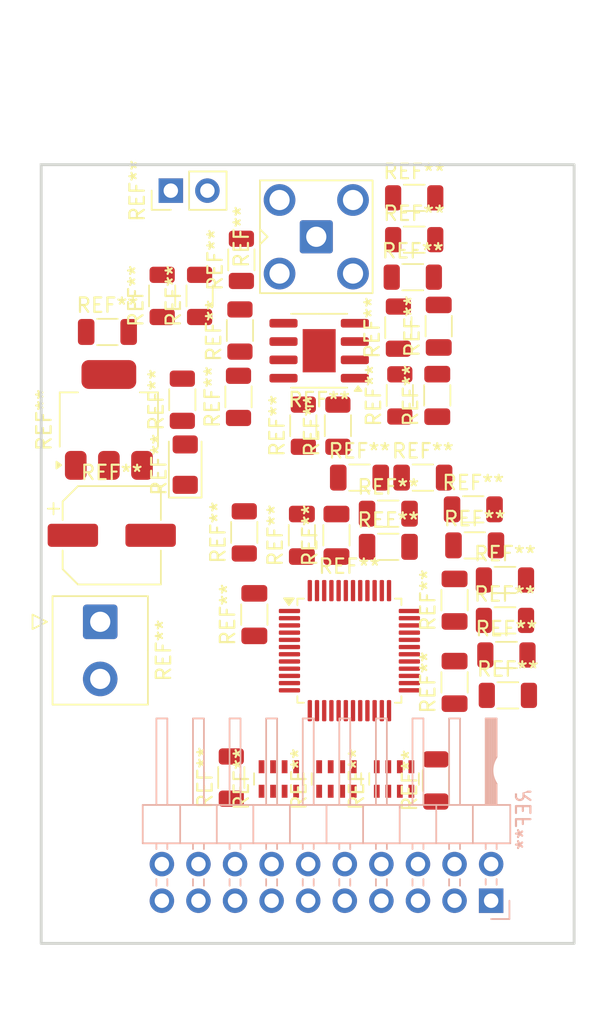
<source format=kicad_pcb>
(kicad_pcb (version 20240108) (generator "pcbnew") (generator_version "8.0")
  (layers (0 "F.Cu" signal) (31 "B.Cu" signal) (34 "B.Paste" user) (35 "F.Paste" user) (36 "B.SilkS" user "B.Silkscreen") (37 "F.SilkS" user "F.Silkscreen") (38 "B.Mask" user) (39 "F.Mask" user) (44 "Edge.Cuts" user))
  (net 0 "")
  (footprint "Resistor_SMD:R_1206_3216Metric" (layer "F.Cu") (at 88.4 92.7)
    (property "Reference" "REF**" (at 0 -1.82 0) (layer "F.SilkS"))
    (property "Value" "R_1206_3216Metric")
    (fp_line (start -0.727064 -0.91) (end 0.727064 -0.91) (stroke (width 0.12)) (layer "F.SilkS"))
    (fp_line (start -0.727064 0.91) (end 0.727064 0.91) (stroke (width 0.12)) (layer "F.SilkS"))
    (pad "1" smd roundrect (at -1.4625 0) (size 1.125 1.75) (layers "F.Cu" "F.Paste" "F.Mask") (roundrect_rratio 0.222222))
    (pad "2" smd roundrect (at 1.4625 0) (size 1.125 1.75) (layers "F.Cu" "F.Paste" "F.Mask") (roundrect_rratio 0.222222))
  )
  (footprint "Resistor_SMD:R_1206_3216Metric" (layer "F.Cu") (at 70.9 96.6 90)
    (property "Reference" "REF**" (at 0 -1.82 90) (layer "F.SilkS"))
    (property "Value" "R_1206_3216Metric")
    (fp_line (start -0.727064 -0.91) (end 0.727064 -0.91) (stroke (width 0.12)) (layer "F.SilkS"))
    (fp_line (start -0.727064 0.91) (end 0.727064 0.91) (stroke (width 0.12)) (layer "F.SilkS"))
    (pad "1" smd roundrect (at -1.4625 0 90) (size 1.125 1.75) (layers "F.Cu" "F.Paste" "F.Mask") (roundrect_rratio 0.222222))
    (pad "2" smd roundrect (at 1.4625 0 90) (size 1.125 1.75) (layers "F.Cu" "F.Paste" "F.Mask") (roundrect_rratio 0.222222))
  )
  (footprint "MountingHole:MountingHole_3.2mm_M3" (layer "F.Cu") (at 66.5 129.5)
    (property "Reference" "REF**" (hide yes))
    (property "Value" "MountingHole_3.2mm_M3" (hide yes))
    (pad "" np_thru_hole circle (at 0 0) (size 3.2 3.2) (drill 3.2) (layers "*.Cu" "*.Mask"))
  )
  (footprint "Resistor_SMD:R_1206_3216Metric" (layer "F.Cu") (at 94.9 124.3)
    (property "Reference" "REF**" (at 0 -1.82 0) (layer "F.SilkS"))
    (property "Value" "R_1206_3216Metric")
    (fp_line (start -0.727064 -0.91) (end 0.727064 -0.91) (stroke (width 0.12)) (layer "F.SilkS"))
    (fp_line (start -0.727064 0.91) (end 0.727064 0.91) (stroke (width 0.12)) (layer "F.SilkS"))
    (pad "1" smd roundrect (at -1.4625 0) (size 1.125 1.75) (layers "F.Cu" "F.Paste" "F.Mask") (roundrect_rratio 0.222222))
    (pad "2" smd roundrect (at 1.4625 0) (size 1.125 1.75) (layers "F.Cu" "F.Paste" "F.Mask") (roundrect_rratio 0.222222))
  )
  (footprint "Capacitor_SMD:C_1206_3216Metric" (layer "F.Cu") (at 84.6 109.2)
    (property "Reference" "REF**" (at 0 -1.85 0) (layer "F.SilkS"))
    (property "Value" "C_1206_3216Metric")
    (fp_line (start -0.711252 -0.91) (end 0.711252 -0.91) (stroke (width 0.12)) (layer "F.SilkS"))
    (fp_line (start -0.711252 0.91) (end 0.711252 0.91) (stroke (width 0.12)) (layer "F.SilkS"))
    (pad "1" smd roundrect (at -1.475 0) (size 1.15 1.8) (layers "F.Cu" "F.Paste" "F.Mask") (roundrect_rratio 0.217391))
    (pad "2" smd roundrect (at 1.475 0) (size 1.15 1.8) (layers "F.Cu" "F.Paste" "F.Mask") (roundrect_rratio 0.217391))
  )
  (footprint "Resistor_SMD:R_1206_3216Metric" (layer "F.Cu") (at 83.1 105.6 90)
    (property "Reference" "REF**" (at 0 -1.82 90) (layer "F.SilkS"))
    (property "Value" "R_1206_3216Metric")
    (fp_line (start -0.727064 -0.91) (end 0.727064 -0.91) (stroke (width 0.12)) (layer "F.SilkS"))
    (fp_line (start -0.727064 0.91) (end 0.727064 0.91) (stroke (width 0.12)) (layer "F.SilkS"))
    (pad "1" smd roundrect (at -1.4625 0 90) (size 1.125 1.75) (layers "F.Cu" "F.Paste" "F.Mask") (roundrect_rratio 0.222222))
    (pad "2" smd roundrect (at 1.4625 0 90) (size 1.125 1.75) (layers "F.Cu" "F.Paste" "F.Mask") (roundrect_rratio 0.222222))
  )
  (footprint "Capacitor_SMD:CP_Elec_6.3x7.7" (layer "F.Cu") (at 67.4 113.2)
    (property "Reference" "REF**" (at 0 -4.35 0) (layer "F.SilkS"))
    (property "Value" "CP_Elec_6.3x7.7")
    (fp_line (start -4.4375 -1.8475) (end -3.65 -1.8475) (stroke (width 0.12)) (layer "F.SilkS"))
    (fp_line (start -4.04375 -2.24125) (end -4.04375 -1.45375) (stroke (width 0.12)) (layer "F.SilkS"))
    (fp_line (start -3.41 -2.345563) (end -3.41 -1.06) (stroke (width 0.12)) (layer "F.SilkS"))
    (fp_line (start -3.41 -2.345563) (end -2.345563 -3.41) (stroke (width 0.12)) (layer "F.SilkS"))
    (fp_line (start -3.41 2.345563) (end -3.41 1.06) (stroke (width 0.12)) (layer "F.SilkS"))
    (fp_line (start -3.41 2.345563) (end -2.345563 3.41) (stroke (width 0.12)) (layer "F.SilkS"))
    (fp_line (start -2.345563 -3.41) (end 3.41 -3.41) (stroke (width 0.12)) (layer "F.SilkS"))
    (fp_line (start -2.345563 3.41) (end 3.41 3.41) (stroke (width 0.12)) (layer "F.SilkS"))
    (fp_line (start 3.41 -3.41) (end 3.41 -1.06) (stroke (width 0.12)) (layer "F.SilkS"))
    (fp_line (start 3.41 3.41) (end 3.41 1.06) (stroke (width 0.12)) (layer "F.SilkS"))
    (pad "1" smd roundrect (at -2.7 0) (size 3.5 1.6) (layers "F.Cu" "F.Paste" "F.Mask") (roundrect_rratio 0.15625))
    (pad "2" smd roundrect (at 2.7 0) (size 3.5 1.6) (layers "F.Cu" "F.Paste" "F.Mask") (roundrect_rratio 0.15625))
  )
  (footprint "Resistor_SMD:R_1206_3216Metric" (layer "F.Cu") (at 73.5 96.6 90)
    (property "Reference" "REF**" (at 0 -1.82 90) (layer "F.SilkS"))
    (property "Value" "R_1206_3216Metric")
    (fp_line (start -0.727064 -0.91) (end 0.727064 -0.91) (stroke (width 0.12)) (layer "F.SilkS"))
    (fp_line (start -0.727064 0.91) (end 0.727064 0.91) (stroke (width 0.12)) (layer "F.SilkS"))
    (pad "1" smd roundrect (at -1.4625 0 90) (size 1.125 1.75) (layers "F.Cu" "F.Paste" "F.Mask") (roundrect_rratio 0.222222))
    (pad "2" smd roundrect (at 1.4625 0 90) (size 1.125 1.75) (layers "F.Cu" "F.Paste" "F.Mask") (roundrect_rratio 0.222222))
  )
  (footprint "MountingHole:MountingHole_3.2mm_M3" (layer "F.Cu") (at 95.5 129.5)
    (property "Reference" "REF**" (hide yes))
    (property "Value" "MountingHole_3.2mm_M3" (hide yes))
    (pad "" np_thru_hole circle (at 0 0) (size 3.2 3.2) (drill 3.2) (layers "*.Cu" "*.Mask"))
  )
  (footprint "Package_SO:SOIC-8-1EP_3.9x4.9mm_P1.27mm_EP2.29x3mm" (layer "F.Cu") (at 81.8 100.4 180)
    (property "Reference" "REF**" (at 0 -3.4 360) (layer "F.SilkS"))
    (property "Value" "SOIC-8-1EP_3.9x4.9mm_P1.27mm_EP2.29x3mm")
    (fp_line (start 0 2.56) (end 1.95 2.56) (stroke (width 0.12)) (layer "F.SilkS"))
    (fp_line (start 0 2.56) (end -1.95 2.56) (stroke (width 0.12)) (layer "F.SilkS"))
    (fp_line (start 0 -2.56) (end 1.95 -2.56) (stroke (width 0.12)) (layer "F.SilkS"))
    (fp_line (start 0 -2.56) (end -1.95 -2.56) (stroke (width 0.12)) (layer "F.SilkS"))
    (fp_poly (pts (xy -2.7 -2.465) (xy -2.94 -2.795) (xy -2.46 -2.795) (xy -2.7 -2.465)) (stroke (width 0.12)) (fill solid) (layer "F.SilkS"))
    (pad "1" smd roundrect (at -2.475 -1.905 180) (size 1.95 0.6) (layers "F.Cu" "F.Paste" "F.Mask"))
    (pad "2" smd roundrect (at -2.475 -0.635 180) (size 1.95 0.6) (layers "F.Cu" "F.Paste" "F.Mask"))
    (pad "3" smd roundrect (at -2.475 0.635 180) (size 1.95 0.6) (layers "F.Cu" "F.Paste" "F.Mask"))
    (pad "4" smd roundrect (at -2.475 1.905 180) (size 1.95 0.6) (layers "F.Cu" "F.Paste" "F.Mask"))
    (pad "5" smd roundrect (at 2.475 1.905 180) (size 1.95 0.6) (layers "F.Cu" "F.Paste" "F.Mask"))
    (pad "6" smd roundrect (at 2.475 0.635 180) (size 1.95 0.6) (layers "F.Cu" "F.Paste" "F.Mask"))
    (pad "7" smd roundrect (at 2.475 -0.635 180) (size 1.95 0.6) (layers "F.Cu" "F.Paste" "F.Mask"))
    (pad "8" smd roundrect (at 2.475 -1.905 180) (size 1.95 0.6) (layers "F.Cu" "F.Paste" "F.Mask"))
    (pad "9" smd rect (at 0 0 180) (size 2.29 3) (property pad_prop_heatsink) (layers "F.Cu" "F.Mask"))
  )
  (footprint "Capacitor_SMD:C_1206_3216Metric" (layer "F.Cu") (at 92.5 111.4)
    (property "Reference" "REF**" (at 0 -1.85 0) (layer "F.SilkS"))
    (property "Value" "C_1206_3216Metric")
    (fp_line (start -0.711252 -0.91) (end 0.711252 -0.91) (stroke (width 0.12)) (layer "F.SilkS"))
    (fp_line (start -0.711252 0.91) (end 0.711252 0.91) (stroke (width 0.12)) (layer "F.SilkS"))
    (pad "1" smd roundrect (at -1.475 0) (size 1.15 1.8) (layers "F.Cu" "F.Paste" "F.Mask") (roundrect_rratio 0.217391))
    (pad "2" smd roundrect (at 1.475 0) (size 1.15 1.8) (layers "F.Cu" "F.Paste" "F.Mask") (roundrect_rratio 0.217391))
  )
  (footprint "Capacitor_SMD:C_1206_3216Metric" (layer "F.Cu") (at 86.6 114)
    (property "Reference" "REF**" (at 0 -1.85 0) (layer "F.SilkS"))
    (property "Value" "C_1206_3216Metric")
    (fp_line (start -0.711252 -0.91) (end 0.711252 -0.91) (stroke (width 0.12)) (layer "F.SilkS"))
    (fp_line (start -0.711252 0.91) (end 0.711252 0.91) (stroke (width 0.12)) (layer "F.SilkS"))
    (pad "1" smd roundrect (at -1.475 0) (size 1.15 1.8) (layers "F.Cu" "F.Paste" "F.Mask") (roundrect_rratio 0.217391))
    (pad "2" smd roundrect (at 1.475 0) (size 1.15 1.8) (layers "F.Cu" "F.Paste" "F.Mask") (roundrect_rratio 0.217391))
  )
  (footprint "Capacitor_SMD:C_1206_3216Metric" (layer "F.Cu") (at 83 113.2 90)
    (property "Reference" "REF**" (at 0 -1.85 90) (layer "F.SilkS"))
    (property "Value" "C_1206_3216Metric")
    (fp_line (start -0.711252 -0.91) (end 0.711252 -0.91) (stroke (width 0.12)) (layer "F.SilkS"))
    (fp_line (start -0.711252 0.91) (end 0.711252 0.91) (stroke (width 0.12)) (layer "F.SilkS"))
    (pad "1" smd roundrect (at -1.475 0 90) (size 1.15 1.8) (layers "F.Cu" "F.Paste" "F.Mask") (roundrect_rratio 0.217391))
    (pad "2" smd roundrect (at 1.475 0 90) (size 1.15 1.8) (layers "F.Cu" "F.Paste" "F.Mask") (roundrect_rratio 0.217391))
  )
  (footprint "Resistor_SMD:R_1206_3216Metric" (layer "F.Cu") (at 94.7 116.3)
    (property "Reference" "REF**" (at 0 -1.82 0) (layer "F.SilkS"))
    (property "Value" "R_1206_3216Metric")
    (fp_line (start -0.727064 -0.91) (end 0.727064 -0.91) (stroke (width 0.12)) (layer "F.SilkS"))
    (fp_line (start -0.727064 0.91) (end 0.727064 0.91) (stroke (width 0.12)) (layer "F.SilkS"))
    (pad "1" smd roundrect (at -1.4625 0) (size 1.125 1.75) (layers "F.Cu" "F.Paste" "F.Mask") (roundrect_rratio 0.222222))
    (pad "2" smd roundrect (at 1.4625 0) (size 1.125 1.75) (layers "F.Cu" "F.Paste" "F.Mask") (roundrect_rratio 0.222222))
  )
  (footprint "Resistor_SMD:R_1206_3216Metric" (layer "F.Cu") (at 75.7 130 90)
    (property "Reference" "REF**" (at 0 -1.82 90) (layer "F.SilkS"))
    (property "Value" "R_1206_3216Metric")
    (fp_line (start -0.727064 -0.91) (end 0.727064 -0.91) (stroke (width 0.12)) (layer "F.SilkS"))
    (fp_line (start -0.727064 0.91) (end 0.727064 0.91) (stroke (width 0.12)) (layer "F.SilkS"))
    (pad "1" smd roundrect (at -1.4625 0 90) (size 1.125 1.75) (layers "F.Cu" "F.Paste" "F.Mask") (roundrect_rratio 0.222222))
    (pad "2" smd roundrect (at 1.4625 0 90) (size 1.125 1.75) (layers "F.Cu" "F.Paste" "F.Mask") (roundrect_rratio 0.222222))
  )
  (footprint "LED_SMD:LED_1206_3216Metric" (layer "F.Cu") (at 72.5 108.3 90)
    (property "Reference" "REF**" (at 0 -1.82 90) (layer "F.SilkS"))
    (property "Value" "LED_1206_3216Metric")
    (fp_line (start 1.6 -1.135) (end -2.285 -1.135) (stroke (width 0.12)) (layer "F.SilkS"))
    (fp_line (start -2.285 -1.135) (end -2.285 1.135) (stroke (width 0.12)) (layer "F.SilkS"))
    (fp_line (start -2.285 1.135) (end 1.6 1.135) (stroke (width 0.12)) (layer "F.SilkS"))
    (pad "1" smd roundrect (at -1.4 0 90) (size 1.25 1.75) (layers "F.Cu" "F.Paste" "F.Mask") (roundrect_rratio 0.2))
    (pad "2" smd roundrect (at 1.4 0 90) (size 1.25 1.75) (layers "F.Cu" "F.Paste" "F.Mask") (roundrect_rratio 0.2))
  )
  (footprint "Connector_PinHeader_2.54mm:PinHeader_1x02_P2.54mm_Vertical" (layer "F.Cu") (at 71.5 89.3 90)
    (property "Reference" "REF**" (at 0 -2.33 90) (layer "F.SilkS"))
    (property "Value" "PinHeader_1x02_P2.54mm_Vertical")
    (fp_line (start -1.33 -1.33) (end 0 -1.33) (stroke (width 0.12)) (layer "F.SilkS"))
    (fp_line (start -1.33 0) (end -1.33 -1.33) (stroke (width 0.12)) (layer "F.SilkS"))
    (fp_line (start 1.33 1.27) (end 1.33 3.87) (stroke (width 0.12)) (layer "F.SilkS"))
    (fp_line (start -1.33 1.27) (end 1.33 1.27) (stroke (width 0.12)) (layer "F.SilkS"))
    (fp_line (start -1.33 1.27) (end -1.33 3.87) (stroke (width 0.12)) (layer "F.SilkS"))
    (fp_line (start -1.33 3.87) (end 1.33 3.87) (stroke (width 0.12)) (layer "F.SilkS"))
    (pad "1" thru_hole rect (at 0 0 90) (size 1.7 1.7) (drill 1) (layers "*.Cu" "*.Mask"))
    (pad "2" thru_hole oval (at 0 2.54 90) (size 1.7 1.7) (drill 1) (layers "*.Cu" "*.Mask"))
  )
  (footprint "Capacitor_SMD:C_1206_3216Metric" (layer "F.Cu") (at 77.3 118.7 90)
    (property "Reference" "REF**" (at 0 -1.85 90) (layer "F.SilkS"))
    (property "Value" "C_1206_3216Metric")
    (fp_line (start -0.711252 -0.91) (end 0.711252 -0.91) (stroke (width 0.12)) (layer "F.SilkS"))
    (fp_line (start -0.711252 0.91) (end 0.711252 0.91) (stroke (width 0.12)) (layer "F.SilkS"))
    (pad "1" smd roundrect (at -1.475 0 90) (size 1.15 1.8) (layers "F.Cu" "F.Paste" "F.Mask") (roundrect_rratio 0.217391))
    (pad "2" smd roundrect (at 1.475 0 90) (size 1.15 1.8) (layers "F.Cu" "F.Paste" "F.Mask") (roundrect_rratio 0.217391))
  )
  (footprint "Resistor_SMD:R_1206_3216Metric" (layer "F.Cu") (at 88.4 89.8)
    (property "Reference" "REF**" (at 0 -1.82 0) (layer "F.SilkS"))
    (property "Value" "R_1206_3216Metric")
    (fp_line (start -0.727064 -0.91) (end 0.727064 -0.91) (stroke (width 0.12)) (layer "F.SilkS"))
    (fp_line (start -0.727064 0.91) (end 0.727064 0.91) (stroke (width 0.12)) (layer "F.SilkS"))
    (pad "1" smd roundrect (at -1.4625 0) (size 1.125 1.75) (layers "F.Cu" "F.Paste" "F.Mask") (roundrect_rratio 0.222222))
    (pad "2" smd roundrect (at 1.4625 0) (size 1.125 1.75) (layers "F.Cu" "F.Paste" "F.Mask") (roundrect_rratio 0.222222))
  )
  (footprint "Resistor_SMD:R_1206_3216Metric" (layer "F.Cu") (at 94.7 119.1)
    (property "Reference" "REF**" (at 0 -1.82 0) (layer "F.SilkS"))
    (property "Value" "R_1206_3216Metric")
    (fp_line (start -0.727064 -0.91) (end 0.727064 -0.91) (stroke (width 0.12)) (layer "F.SilkS"))
    (fp_line (start -0.727064 0.91) (end 0.727064 0.91) (stroke (width 0.12)) (layer "F.SilkS"))
    (pad "1" smd roundrect (at -1.4625 0) (size 1.125 1.75) (layers "F.Cu" "F.Paste" "F.Mask") (roundrect_rratio 0.222222))
    (pad "2" smd roundrect (at 1.4625 0) (size 1.125 1.75) (layers "F.Cu" "F.Paste" "F.Mask") (roundrect_rratio 0.222222))
  )
  (footprint "Capacitor_SMD:C_1206_3216Metric" (layer "F.Cu") (at 80.6 113.2 90)
    (property "Reference" "REF**" (at 0 -1.85 90) (layer "F.SilkS"))
    (property "Value" "C_1206_3216Metric")
    (fp_line (start -0.711252 -0.91) (end 0.711252 -0.91) (stroke (width 0.12)) (layer "F.SilkS"))
    (fp_line (start -0.711252 0.91) (end 0.711252 0.91) (stroke (width 0.12)) (layer "F.SilkS"))
    (pad "1" smd roundrect (at -1.475 0 90) (size 1.15 1.8) (layers "F.Cu" "F.Paste" "F.Mask") (roundrect_rratio 0.217391))
    (pad "2" smd roundrect (at 1.475 0 90) (size 1.15 1.8) (layers "F.Cu" "F.Paste" "F.Mask") (roundrect_rratio 0.217391))
  )
  (footprint "Resistor_SMD:R_1206_3216Metric" (layer "F.Cu") (at 87.4 103.5 90)
    (property "Reference" "REF**" (at 0 -1.82 90) (layer "F.SilkS"))
    (property "Value" "R_1206_3216Metric")
    (fp_line (start -0.727064 -0.91) (end 0.727064 -0.91) (stroke (width 0.12)) (layer "F.SilkS"))
    (fp_line (start -0.727064 0.91) (end 0.727064 0.91) (stroke (width 0.12)) (layer "F.SilkS"))
    (pad "1" smd roundrect (at -1.4625 0 90) (size 1.125 1.75) (layers "F.Cu" "F.Paste" "F.Mask") (roundrect_rratio 0.222222))
    (pad "2" smd roundrect (at 1.4625 0 90) (size 1.125 1.75) (layers "F.Cu" "F.Paste" "F.Mask") (roundrect_rratio 0.222222))
  )
  (footprint "Capacitor_SMD:C_1206_3216Metric" (layer "F.Cu") (at 89 109.2)
    (property "Reference" "REF**" (at 0 -1.85 0) (layer "F.SilkS"))
    (property "Value" "C_1206_3216Metric")
    (fp_line (start -0.711252 -0.91) (end 0.711252 -0.91) (stroke (width 0.12)) (layer "F.SilkS"))
    (fp_line (start -0.711252 0.91) (end 0.711252 0.91) (stroke (width 0.12)) (layer "F.SilkS"))
    (pad "1" smd roundrect (at -1.475 0) (size 1.15 1.8) (layers "F.Cu" "F.Paste" "F.Mask") (roundrect_rratio 0.217391))
    (pad "2" smd roundrect (at 1.475 0) (size 1.15 1.8) (layers "F.Cu" "F.Paste" "F.Mask") (roundrect_rratio 0.217391))
  )
  (footprint "Resistor_SMD:R_1206_3216Metric" (layer "F.Cu") (at 87.3 98.8 90)
    (property "Reference" "REF**" (at 0 -1.82 90) (layer "F.SilkS"))
    (property "Value" "R_1206_3216Metric")
    (fp_line (start -0.727064 -0.91) (end 0.727064 -0.91) (stroke (width 0.12)) (layer "F.SilkS"))
    (fp_line (start -0.727064 0.91) (end 0.727064 0.91) (stroke (width 0.12)) (layer "F.SilkS"))
    (pad "1" smd roundrect (at -1.4625 0 90) (size 1.125 1.75) (layers "F.Cu" "F.Paste" "F.Mask") (roundrect_rratio 0.222222))
    (pad "2" smd roundrect (at 1.4625 0 90) (size 1.125 1.75) (layers "F.Cu" "F.Paste" "F.Mask") (roundrect_rratio 0.222222))
  )
  (footprint "Resistor_SMD:R_Array_Concave_4x0603" (layer "F.Cu") (at 87 130.1 90)
    (property "Reference" "REF**" (at 0 -2.6 90) (layer "F.SilkS"))
    (property "Value" "R_Array_Concave_4x0603")
    (fp_line (start 0.4 -1.72) (end -0.4 -1.72) (stroke (width 0.12)) (layer "F.SilkS"))
    (fp_line (start 0.4 1.72) (end -0.4 1.72) (stroke (width 0.12)) (layer "F.SilkS"))
    (pad "1" smd rect (at -0.85 -1.2 90) (size 0.9 0.4) (layers "F.Cu" "F.Paste" "F.Mask"))
    (pad "2" smd rect (at -0.85 -0.4 90) (size 0.9 0.4) (layers "F.Cu" "F.Paste" "F.Mask"))
    (pad "3" smd rect (at -0.85 0.4 90) (size 0.9 0.4) (layers "F.Cu" "F.Paste" "F.Mask"))
    (pad "4" smd rect (at -0.85 1.2 90) (size 0.9 0.4) (layers "F.Cu" "F.Paste" "F.Mask"))
    (pad "5" smd rect (at 0.85 1.2 90) (size 0.9 0.4) (layers "F.Cu" "F.Paste" "F.Mask"))
    (pad "6" smd rect (at 0.85 0.4 90) (size 0.9 0.4) (layers "F.Cu" "F.Paste" "F.Mask"))
    (pad "7" smd rect (at 0.85 -0.4 90) (size 0.9 0.4) (layers "F.Cu" "F.Paste" "F.Mask"))
    (pad "8" smd rect (at 0.85 -1.2 90) (size 0.9 0.4) (layers "F.Cu" "F.Paste" "F.Mask"))
  )
  (footprint "Capacitor_SMD:C_1206_3216Metric" (layer "F.Cu") (at 91.2 117.7 90)
    (property "Reference" "REF**" (at 0 -1.85 90) (layer "F.SilkS"))
    (property "Value" "C_1206_3216Metric")
    (fp_line (start -0.711252 -0.91) (end 0.711252 -0.91) (stroke (width 0.12)) (layer "F.SilkS"))
    (fp_line (start -0.711252 0.91) (end 0.711252 0.91) (stroke (width 0.12)) (layer "F.SilkS"))
    (pad "1" smd roundrect (at -1.475 0 90) (size 1.15 1.8) (layers "F.Cu" "F.Paste" "F.Mask") (roundrect_rratio 0.217391))
    (pad "2" smd roundrect (at 1.475 0 90) (size 1.15 1.8) (layers "F.Cu" "F.Paste" "F.Mask") (roundrect_rratio 0.217391))
  )
  (footprint "Capacitor_SMD:C_1206_3216Metric" (layer "F.Cu") (at 67.1 99.1)
    (property "Reference" "REF**" (at 0 -1.85 0) (layer "F.SilkS"))
    (property "Value" "C_1206_3216Metric")
    (fp_line (start -0.711252 -0.91) (end 0.711252 -0.91) (stroke (width 0.12)) (layer "F.SilkS"))
    (fp_line (start -0.711252 0.91) (end 0.711252 0.91) (stroke (width 0.12)) (layer "F.SilkS"))
    (pad "1" smd roundrect (at -1.475 0) (size 1.15 1.8) (layers "F.Cu" "F.Paste" "F.Mask") (roundrect_rratio 0.217391))
    (pad "2" smd roundrect (at 1.475 0) (size 1.15 1.8) (layers "F.Cu" "F.Paste" "F.Mask") (roundrect_rratio 0.217391))
  )
  (footprint "Resistor_SMD:R_1206_3216Metric" (layer "F.Cu") (at 94.8 121.5)
    (property "Reference" "REF**" (at 0 -1.82 0) (layer "F.SilkS"))
    (property "Value" "R_1206_3216Metric")
    (fp_line (start -0.727064 -0.91) (end 0.727064 -0.91) (stroke (width 0.12)) (layer "F.SilkS"))
    (fp_line (start -0.727064 0.91) (end 0.727064 0.91) (stroke (width 0.12)) (layer "F.SilkS"))
    (pad "1" smd roundrect (at -1.4625 0) (size 1.125 1.75) (layers "F.Cu" "F.Paste" "F.Mask") (roundrect_rratio 0.222222))
    (pad "2" smd roundrect (at 1.4625 0) (size 1.125 1.75) (layers "F.Cu" "F.Paste" "F.Mask") (roundrect_rratio 0.222222))
  )
  (footprint "Resistor_SMD:R_Array_Concave_4x0603" (layer "F.Cu") (at 83 130.1 90)
    (property "Reference" "REF**" (at 0 -2.6 90) (layer "F.SilkS"))
    (property "Value" "R_Array_Concave_4x0603")
    (fp_line (start 0.4 -1.72) (end -0.4 -1.72) (stroke (width 0.12)) (layer "F.SilkS"))
    (fp_line (start 0.4 1.72) (end -0.4 1.72) (stroke (width 0.12)) (layer "F.SilkS"))
    (pad "1" smd rect (at -0.85 -1.2 90) (size 0.9 0.4) (layers "F.Cu" "F.Paste" "F.Mask"))
    (pad "2" smd rect (at -0.85 -0.4 90) (size 0.9 0.4) (layers "F.Cu" "F.Paste" "F.Mask"))
    (pad "3" smd rect (at -0.85 0.4 90) (size 0.9 0.4) (layers "F.Cu" "F.Paste" "F.Mask"))
    (pad "4" smd rect (at -0.85 1.2 90) (size 0.9 0.4) (layers "F.Cu" "F.Paste" "F.Mask"))
    (pad "5" smd rect (at 0.85 1.2 90) (size 0.9 0.4) (layers "F.Cu" "F.Paste" "F.Mask"))
    (pad "6" smd rect (at 0.85 0.4 90) (size 0.9 0.4) (layers "F.Cu" "F.Paste" "F.Mask"))
    (pad "7" smd rect (at 0.85 -0.4 90) (size 0.9 0.4) (layers "F.Cu" "F.Paste" "F.Mask"))
    (pad "8" smd rect (at 0.85 -1.2 90) (size 0.9 0.4) (layers "F.Cu" "F.Paste" "F.Mask"))
  )
  (footprint "Capacitor_SMD:C_1206_3216Metric" (layer "F.Cu") (at 91.2 123.4 90)
    (property "Reference" "REF**" (at 0 -1.85 90) (layer "F.SilkS"))
    (property "Value" "C_1206_3216Metric")
    (fp_line (start -0.711252 -0.91) (end 0.711252 -0.91) (stroke (width 0.12)) (layer "F.SilkS"))
    (fp_line (start -0.711252 0.91) (end 0.711252 0.91) (stroke (width 0.12)) (layer "F.SilkS"))
    (pad "1" smd roundrect (at -1.475 0 90) (size 1.15 1.8) (layers "F.Cu" "F.Paste" "F.Mask") (roundrect_rratio 0.217391))
    (pad "2" smd roundrect (at 1.475 0 90) (size 1.15 1.8) (layers "F.Cu" "F.Paste" "F.Mask") (roundrect_rratio 0.217391))
  )
  (footprint "MountingHole:MountingHole_3.2mm_M3" (layer "F.Cu") (at 66.5 91.5)
    (property "Reference" "REF**" (hide yes))
    (property "Value" "MountingHole_3.2mm_M3" (hide yes))
    (pad "" np_thru_hole circle (at 0 0) (size 3.2 3.2) (drill 3.2) (layers "*.Cu" "*.Mask"))
  )
  (footprint "Resistor_SMD:R_1206_3216Metric" (layer "F.Cu") (at 76.2 103.6 90)
    (property "Reference" "REF**" (at 0 -1.82 90) (layer "F.SilkS"))
    (property "Value" "R_1206_3216Metric")
    (fp_line (start -0.727064 -0.91) (end 0.727064 -0.91) (stroke (width 0.12)) (layer "F.SilkS"))
    (fp_line (start -0.727064 0.91) (end 0.727064 0.91) (stroke (width 0.12)) (layer "F.SilkS"))
    (pad "1" smd roundrect (at -1.4625 0 90) (size 1.125 1.75) (layers "F.Cu" "F.Paste" "F.Mask") (roundrect_rratio 0.222222))
    (pad "2" smd roundrect (at 1.4625 0 90) (size 1.125 1.75) (layers "F.Cu" "F.Paste" "F.Mask") (roundrect_rratio 0.222222))
  )
  (footprint "Resistor_SMD:R_1206_3216Metric" (layer "F.Cu") (at 89.9 130.2 90)
    (property "Reference" "REF**" (at 0 -1.82 90) (layer "F.SilkS"))
    (property "Value" "R_1206_3216Metric")
    (fp_line (start -0.727064 -0.91) (end 0.727064 -0.91) (stroke (width 0.12)) (layer "F.SilkS"))
    (fp_line (start -0.727064 0.91) (end 0.727064 0.91) (stroke (width 0.12)) (layer "F.SilkS"))
    (pad "1" smd roundrect (at -1.4625 0 90) (size 1.125 1.75) (layers "F.Cu" "F.Paste" "F.Mask") (roundrect_rratio 0.222222))
    (pad "2" smd roundrect (at 1.4625 0 90) (size 1.125 1.75) (layers "F.Cu" "F.Paste" "F.Mask") (roundrect_rratio 0.222222))
  )
  (footprint "Connector_TE-Connectivity:TE_826576-2_1x02_P3.96mm_Vertical" (layer "F.Cu") (at 66.6 119.2 -90)
    (property "Reference" "REF**" (at 1.98 -4.4 90) (layer "F.SilkS"))
    (property "Value" "TE_826576-2_1x02_P3.96mm_Vertical")
    (fp_line (start -0.5 4.7) (end 0 3.7) (stroke (width 0.12)) (layer "F.SilkS"))
    (fp_line (start 0.5 4.7) (end -0.5 4.7) (stroke (width 0.12)) (layer "F.SilkS"))
    (fp_line (start 0 3.7) (end 0.5 4.7) (stroke (width 0.12)) (layer "F.SilkS"))
    (fp_line (start -1.78 3.31) (end 1.98 3.31) (stroke (width 0.12)) (layer "F.SilkS"))
    (fp_line (start 5.74 3.31) (end 1.98 3.31) (stroke (width 0.12)) (layer "F.SilkS"))
    (fp_line (start -1.78 -3.31) (end -1.78 3.31) (stroke (width 0.12)) (layer "F.SilkS"))
    (fp_line (start 1.98 -3.31) (end -1.78 -3.31) (stroke (width 0.12)) (layer "F.SilkS"))
    (fp_line (start 1.98 -3.31) (end 5.74 -3.31) (stroke (width 0.12)) (layer "F.SilkS"))
    (fp_line (start 5.74 -3.31) (end 5.74 3.31) (stroke (width 0.12)) (layer "F.SilkS"))
    (pad "1" thru_hole roundrect (at 0 0 270) (size 2.4 2.4) (drill 1.4) (layers "*.Cu" "*.Mask") (roundrect_rratio 0.104167))
    (pad "2" thru_hole circle (at 3.96 0 270) (size 2.4 2.4) (drill 1.4) (layers "*.Cu" "*.Mask"))
  )
  (footprint "Capacitor_SMD:C_1206_3216Metric" (layer "F.Cu") (at 90.1 98.7 90)
    (property "Reference" "REF**" (at 0 -1.85 90) (layer "F.SilkS"))
    (property "Value" "C_1206_3216Metric")
    (fp_line (start -0.711252 -0.91) (end 0.711252 -0.91) (stroke (width 0.12)) (layer "F.SilkS"))
    (fp_line (start -0.711252 0.91) (end 0.711252 0.91) (stroke (width 0.12)) (layer "F.SilkS"))
    (pad "1" smd roundrect (at -1.475 0 90) (size 1.15 1.8) (layers "F.Cu" "F.Paste" "F.Mask") (roundrect_rratio 0.217391))
    (pad "2" smd roundrect (at 1.475 0 90) (size 1.15 1.8) (layers "F.Cu" "F.Paste" "F.Mask") (roundrect_rratio 0.217391))
  )
  (footprint "Resistor_SMD:R_1206_3216Metric" (layer "F.Cu") (at 76.6 113 90)
    (property "Reference" "REF**" (at 0 -1.82 90) (layer "F.SilkS"))
    (property "Value" "R_1206_3216Metric")
    (fp_line (start -0.727064 -0.91) (end 0.727064 -0.91) (stroke (width 0.12)) (layer "F.SilkS"))
    (fp_line (start -0.727064 0.91) (end 0.727064 0.91) (stroke (width 0.12)) (layer "F.SilkS"))
    (pad "1" smd roundrect (at -1.4625 0 90) (size 1.125 1.75) (layers "F.Cu" "F.Paste" "F.Mask") (roundrect_rratio 0.222222))
    (pad "2" smd roundrect (at 1.4625 0 90) (size 1.125 1.75) (layers "F.Cu" "F.Paste" "F.Mask") (roundrect_rratio 0.222222))
  )
  (footprint "Capacitor_SMD:C_1206_3216Metric" (layer "F.Cu") (at 86.6 111.7)
    (property "Reference" "REF**" (at 0 -1.85 0) (layer "F.SilkS"))
    (property "Value" "C_1206_3216Metric")
    (fp_line (start -0.711252 -0.91) (end 0.711252 -0.91) (stroke (width 0.12)) (layer "F.SilkS"))
    (fp_line (start -0.711252 0.91) (end 0.711252 0.91) (stroke (width 0.12)) (layer "F.SilkS"))
    (pad "1" smd roundrect (at -1.475 0) (size 1.15 1.8) (layers "F.Cu" "F.Paste" "F.Mask") (roundrect_rratio 0.217391))
    (pad "2" smd roundrect (at 1.475 0) (size 1.15 1.8) (layers "F.Cu" "F.Paste" "F.Mask") (roundrect_rratio 0.217391))
  )
  (footprint "Package_TO_SOT_SMD:SOT-223" (layer "F.Cu") (at 67.2 105.2 90)
    (property "Reference" "REF**" (at 0 -4.5 90) (layer "F.SilkS"))
    (property "Value" "SOT-223")
    (fp_line (start 1.91 -3.41) (end 1.91 -2.15) (stroke (width 0.12)) (layer "F.SilkS"))
    (fp_line (start -1.85 -3.41) (end 1.91 -3.41) (stroke (width 0.12)) (layer "F.SilkS"))
    (fp_line (start 1.91 3.41) (end 1.91 2.15) (stroke (width 0.12)) (layer "F.SilkS"))
    (fp_line (start -1.85 3.41) (end 1.91 3.41) (stroke (width 0.12)) (layer "F.SilkS"))
    (fp_poly (pts (xy -3.13 -3.31) (xy -3.37 -3.64) (xy -2.89 -3.64) (xy -3.13 -3.31)) (stroke (width 0.12)) (fill solid) (layer "F.SilkS"))
    (pad "1" smd roundrect (at -3.15 -2.3 90) (size 2 1.5) (layers "F.Cu" "F.Paste" "F.Mask"))
    (pad "2" smd roundrect (at -3.15 0 90) (size 2 1.5) (layers "F.Cu" "F.Paste" "F.Mask"))
    (pad "3" smd roundrect (at -3.15 2.3 90) (size 2 1.5) (layers "F.Cu" "F.Paste" "F.Mask"))
    (pad "4" smd roundrect (at 3.15 0 90) (size 2 3.8) (layers "F.Cu" "F.Paste" "F.Mask"))
  )
  (footprint "Connector_Coaxial:SMA_BAT_Wireless_BWSMA-KWE-Z001" (layer "F.Cu") (at 81.6 92.5)
    (property "Reference" "REF**" (at -5.2 0 90) (layer "F.SilkS"))
    (property "Value" "SMA_BAT_Wireless_BWSMA-KWE-Z001")
    (fp_line (start -3.885 0.5) (end -3.385 0) (stroke (width 0.12)) (layer "F.SilkS"))
    (fp_line (start -3.385 0) (end -3.885 -0.5) (stroke (width 0.12)) (layer "F.SilkS"))
    (fp_rect (start -3.91 -3.91) (end 3.91 3.91) (stroke (width 0.12)) (fill none) (layer "F.SilkS"))
    (pad "1" thru_hole roundrect (at 0 0) (size 2.3 2.3) (drill 1.4) (layers "*.Cu" "*.Mask") (roundrect_rratio 0.087))
    (pad "2" thru_hole circle (at -2.55 -2.55) (size 2.2 2.2) (drill 1.4) (layers "*.Cu" "*.Mask"))
    (pad "2" thru_hole circle (at -2.55 2.55) (size 2.2 2.2) (drill 1.4) (layers "*.Cu" "*.Mask"))
    (pad "2" thru_hole circle (at 2.55 -2.55) (size 2.2 2.2) (drill 1.4) (layers "*.Cu" "*.Mask"))
    (pad "2" thru_hole circle (at 2.55 2.55) (size 2.2 2.2) (drill 1.4) (layers "*.Cu" "*.Mask"))
  )
  (footprint "Resistor_SMD:R_1206_3216Metric" (layer "F.Cu") (at 72.3 103.8 90)
    (property "Reference" "REF**" (at 0 -1.82 90) (layer "F.SilkS"))
    (property "Value" "R_1206_3216Metric")
    (fp_line (start -0.727064 -0.91) (end 0.727064 -0.91) (stroke (width 0.12)) (layer "F.SilkS"))
    (fp_line (start -0.727064 0.91) (end 0.727064 0.91) (stroke (width 0.12)) (layer "F.SilkS"))
    (pad "1" smd roundrect (at -1.4625 0 90) (size 1.125 1.75) (layers "F.Cu" "F.Paste" "F.Mask") (roundrect_rratio 0.222222))
    (pad "2" smd roundrect (at 1.4625 0 90) (size 1.125 1.75) (layers "F.Cu" "F.Paste" "F.Mask") (roundrect_rratio 0.222222))
  )
  (footprint "Package_QFP:LQFP-48_7x7mm_P0.5mm" (layer "F.Cu") (at 83.9 121.2)
    (property "Reference" "REF**" (at 0 -5.85 0) (layer "F.SilkS"))
    (property "Value" "LQFP-48_7x7mm_P0.5mm")
    (fp_line (start -3.61 -3.61) (end -3.61 -3.16) (stroke (width 0.12)) (layer "F.SilkS"))
    (fp_line (start -3.61 3.61) (end -3.61 3.16) (stroke (width 0.12)) (layer "F.SilkS"))
    (fp_line (start -3.16 -3.61) (end -3.61 -3.61) (stroke (width 0.12)) (layer "F.SilkS"))
    (fp_line (start -3.16 3.61) (end -3.61 3.61) (stroke (width 0.12)) (layer "F.SilkS"))
    (fp_line (start 3.16 -3.61) (end 3.61 -3.61) (stroke (width 0.12)) (layer "F.SilkS"))
    (fp_line (start 3.16 3.61) (end 3.61 3.61) (stroke (width 0.12)) (layer "F.SilkS"))
    (fp_line (start 3.61 -3.61) (end 3.61 -3.16) (stroke (width 0.12)) (layer "F.SilkS"))
    (fp_line (start 3.61 3.61) (end 3.61 3.16) (stroke (width 0.12)) (layer "F.SilkS"))
    (fp_poly (pts (xy -4.2 -3.16) (xy -4.54 -3.63) (xy -3.86 -3.63) (xy -4.2 -3.16)) (stroke (width 0.12)) (fill solid) (layer "F.SilkS"))
    (pad "1" smd roundrect (at -4.1625 -2.75) (size 1.475 0.3) (layers "F.Cu" "F.Paste" "F.Mask"))
    (pad "2" smd roundrect (at -4.1625 -2.25) (size 1.475 0.3) (layers "F.Cu" "F.Paste" "F.Mask"))
    (pad "3" smd roundrect (at -4.1625 -1.75) (size 1.475 0.3) (layers "F.Cu" "F.Paste" "F.Mask"))
    (pad "4" smd roundrect (at -4.1625 -1.25) (size 1.475 0.3) (layers "F.Cu" "F.Paste" "F.Mask"))
    (pad "5" smd roundrect (at -4.1625 -0.75) (size 1.475 0.3) (layers "F.Cu" "F.Paste" "F.Mask"))
    (pad "6" smd roundrect (at -4.1625 -0.25) (size 1.475 0.3) (layers "F.Cu" "F.Paste" "F.Mask"))
    (pad "7" smd roundrect (at -4.1625 0.25) (size 1.475 0.3) (layers "F.Cu" "F.Paste" "F.Mask"))
    (pad "8" smd roundrect (at -4.1625 0.75) (size 1.475 0.3) (layers "F.Cu" "F.Paste" "F.Mask"))
    (pad "9" smd roundrect (at -4.1625 1.25) (size 1.475 0.3) (layers "F.Cu" "F.Paste" "F.Mask"))
    (pad "10" smd roundrect (at -4.1625 1.75) (size 1.475 0.3) (layers "F.Cu" "F.Paste" "F.Mask"))
    (pad "11" smd roundrect (at -4.1625 2.25) (size 1.475 0.3) (layers "F.Cu" "F.Paste" "F.Mask"))
    (pad "12" smd roundrect (at -4.1625 2.75) (size 1.475 0.3) (layers "F.Cu" "F.Paste" "F.Mask"))
    (pad "13" smd roundrect (at -2.75 4.1625) (size 0.3 1.475) (layers "F.Cu" "F.Paste" "F.Mask"))
    (pad "14" smd roundrect (at -2.25 4.1625) (size 0.3 1.475) (layers "F.Cu" "F.Paste" "F.Mask"))
    (pad "15" smd roundrect (at -1.75 4.1625) (size 0.3 1.475) (layers "F.Cu" "F.Paste" "F.Mask"))
    (pad "16" smd roundrect (at -1.25 4.1625) (size 0.3 1.475) (layers "F.Cu" "F.Paste" "F.Mask"))
    (pad "17" smd roundrect (at -0.75 4.1625) (size 0.3 1.475) (layers "F.Cu" "F.Paste" "F.Mask"))
    (pad "18" smd roundrect (at -0.25 4.1625) (size 0.3 1.475) (layers "F.Cu" "F.Paste" "F.Mask"))
    (pad "19" smd roundrect (at 0.25 4.1625) (size 0.3 1.475) (layers "F.Cu" "F.Paste" "F.Mask"))
    (pad "20" smd roundrect (at 0.75 4.1625) (size 0.3 1.475) (layers "F.Cu" "F.Paste" "F.Mask"))
    (pad "21" smd roundrect (at 1.25 4.1625) (size 0.3 1.475) (layers "F.Cu" "F.Paste" "F.Mask"))
    (pad "22" smd roundrect (at 1.75 4.1625) (size 0.3 1.475) (layers "F.Cu" "F.Paste" "F.Mask"))
    (pad "23" smd roundrect (at 2.25 4.1625) (size 0.3 1.475) (layers "F.Cu" "F.Paste" "F.Mask"))
    (pad "24" smd roundrect (at 2.75 4.1625) (size 0.3 1.475) (layers "F.Cu" "F.Paste" "F.Mask"))
    (pad "25" smd roundrect (at 4.1625 2.75) (size 1.475 0.3) (layers "F.Cu" "F.Paste" "F.Mask"))
    (pad "26" smd roundrect (at 4.1625 2.25) (size 1.475 0.3) (layers "F.Cu" "F.Paste" "F.Mask"))
    (pad "27" smd roundrect (at 4.1625 1.75) (size 1.475 0.3) (layers "F.Cu" "F.Paste" "F.Mask"))
    (pad "28" smd roundrect (at 4.1625 1.25) (size 1.475 0.3) (layers "F.Cu" "F.Paste" "F.Mask"))
    (pad "29" smd roundrect (at 4.1625 0.75) (size 1.475 0.3) (layers "F.Cu" "F.Paste" "F.Mask"))
    (pad "30" smd roundrect (at 4.1625 0.25) (size 1.475 0.3) (layers "F.Cu" "F.Paste" "F.Mask"))
    (pad "31" smd roundrect (at 4.1625 -0.25) (size 1.475 0.3) (layers "F.Cu" "F.Paste" "F.Mask"))
    (pad "32" smd roundrect (at 4.1625 -0.75) (size 1.475 0.3) (layers "F.Cu" "F.Paste" "F.Mask"))
    (pad "33" smd roundrect (at 4.1625 -1.25) (size 1.475 0.3) (layers "F.Cu" "F.Paste" "F.Mask"))
    (pad "34" smd roundrect (at 4.1625 -1.75) (size 1.475 0.3) (layers "F.Cu" "F.Paste" "F.Mask"))
    (pad "35" smd roundrect (at 4.1625 -2.25) (size 1.475 0.3) (layers "F.Cu" "F.Paste" "F.Mask"))
    (pad "36" smd roundrect (at 4.1625 -2.75) (size 1.475 0.3) (layers "F.Cu" "F.Paste" "F.Mask"))
    (pad "37" smd roundrect (at 2.75 -4.1625) (size 0.3 1.475) (layers "F.Cu" "F.Paste" "F.Mask"))
    (pad "38" smd roundrect (at 2.25 -4.1625) (size 0.3 1.475) (layers "F.Cu" "F.Paste" "F.Mask"))
    (pad "39" smd roundrect (at 1.75 -4.1625) (size 0.3 1.475) (layers "F.Cu" "F.Paste" "F.Mask"))
    (pad "40" smd roundrect (at 1.25 -4.1625) (size 0.3 1.475) (layers "F.Cu" "F.Paste" "F.Mask"))
    (pad "41" smd roundrect (at 0.75 -4.1625) (size 0.3 1.475) (layers "F.Cu" "F.Paste" "F.Mask"))
    (pad "42" smd roundrect (at 0.25 -4.1625) (size 0.3 1.475) (layers "F.Cu" "F.Paste" "F.Mask"))
    (pad "43" smd roundrect (at -0.25 -4.1625) (size 0.3 1.475) (layers "F.Cu" "F.Paste" "F.Mask"))
    (pad "44" smd roundrect (at -0.75 -4.1625) (size 0.3 1.475) (layers "F.Cu" "F.Paste" "F.Mask"))
    (pad "45" smd roundrect (at -1.25 -4.1625) (size 0.3 1.475) (layers "F.Cu" "F.Paste" "F.Mask"))
    (pad "46" smd roundrect (at -1.75 -4.1625) (size 0.3 1.475) (layers "F.Cu" "F.Paste" "F.Mask"))
    (pad "47" smd roundrect (at -2.25 -4.1625) (size 0.3 1.475) (layers "F.Cu" "F.Paste" "F.Mask"))
    (pad "48" smd roundrect (at -2.75 -4.1625) (size 0.3 1.475) (layers "F.Cu" "F.Paste" "F.Mask"))
  )
  (footprint "Resistor_SMD:R_1206_3216Metric" (layer "F.Cu") (at 76.3 99 90)
    (property "Reference" "REF**" (at 0 -1.82 90) (layer "F.SilkS"))
    (property "Value" "R_1206_3216Metric")
    (fp_line (start -0.727064 -0.91) (end 0.727064 -0.91) (stroke (width 0.12)) (layer "F.SilkS"))
    (fp_line (start -0.727064 0.91) (end 0.727064 0.91) (stroke (width 0.12)) (layer "F.SilkS"))
    (pad "1" smd roundrect (at -1.4625 0 90) (size 1.125 1.75) (layers "F.Cu" "F.Paste" "F.Mask") (roundrect_rratio 0.222222))
    (pad "2" smd roundrect (at 1.4625 0 90) (size 1.125 1.75) (layers "F.Cu" "F.Paste" "F.Mask") (roundrect_rratio 0.222222))
  )
  (footprint "Resistor_SMD:R_1206_3216Metric" (layer "F.Cu") (at 88.3 95.3)
    (property "Reference" "REF**" (at 0 -1.82 0) (layer "F.SilkS"))
    (property "Value" "R_1206_3216Metric")
    (fp_line (start -0.727064 -0.91) (end 0.727064 -0.91) (stroke (width 0.12)) (layer "F.SilkS"))
    (fp_line (start -0.727064 0.91) (end 0.727064 0.91) (stroke (width 0.12)) (layer "F.SilkS"))
    (pad "1" smd roundrect (at -1.4625 0) (size 1.125 1.75) (layers "F.Cu" "F.Paste" "F.Mask") (roundrect_rratio 0.222222))
    (pad "2" smd roundrect (at 1.4625 0) (size 1.125 1.75) (layers "F.Cu" "F.Paste" "F.Mask") (roundrect_rratio 0.222222))
  )
  (footprint "MountingHole:MountingHole_3.2mm_M3" (layer "F.Cu") (at 95.5 91.5)
    (property "Reference" "REF**" (hide yes))
    (property "Value" "MountingHole_3.2mm_M3" (hide yes))
    (pad "" np_thru_hole circle (at 0 0) (size 3.2 3.2) (drill 3.2) (layers "*.Cu" "*.Mask"))
  )
  (footprint "Resistor_SMD:R_1206_3216Metric" (layer "F.Cu") (at 80.7 105.6 90)
    (property "Reference" "REF**" (at 0 -1.82 90) (layer "F.SilkS"))
    (property "Value" "R_1206_3216Metric")
    (fp_line (start -0.727064 -0.91) (end 0.727064 -0.91) (stroke (width 0.12)) (layer "F.SilkS"))
    (fp_line (start -0.727064 0.91) (end 0.727064 0.91) (stroke (width 0.12)) (layer "F.SilkS"))
    (pad "1" smd roundrect (at -1.4625 0 90) (size 1.125 1.75) (layers "F.Cu" "F.Paste" "F.Mask") (roundrect_rratio 0.222222))
    (pad "2" smd roundrect (at 1.4625 0 90) (size 1.125 1.75) (layers "F.Cu" "F.Paste" "F.Mask") (roundrect_rratio 0.222222))
  )
  (footprint "Resistor_SMD:R_Array_Concave_4x0603" (layer "F.Cu") (at 79 130.1 90)
    (property "Reference" "REF**" (at 0 -2.6 90) (layer "F.SilkS"))
    (property "Value" "R_Array_Concave_4x0603")
    (fp_line (start 0.4 -1.72) (end -0.4 -1.72) (stroke (width 0.12)) (layer "F.SilkS"))
    (fp_line (start 0.4 1.72) (end -0.4 1.72) (stroke (width 0.12)) (layer "F.SilkS"))
    (pad "1" smd rect (at -0.85 -1.2 90) (size 0.9 0.4) (layers "F.Cu" "F.Paste" "F.Mask"))
    (pad "2" smd rect (at -0.85 -0.4 90) (size 0.9 0.4) (layers "F.Cu" "F.Paste" "F.Mask"))
    (pad "3" smd rect (at -0.85 0.4 90) (size 0.9 0.4) (layers "F.Cu" "F.Paste" "F.Mask"))
    (pad "4" smd rect (at -0.85 1.2 90) (size 0.9 0.4) (layers "F.Cu" "F.Paste" "F.Mask"))
    (pad "5" smd rect (at 0.85 1.2 90) (size 0.9 0.4) (layers "F.Cu" "F.Paste" "F.Mask"))
    (pad "6" smd rect (at 0.85 0.4 90) (size 0.9 0.4) (layers "F.Cu" "F.Paste" "F.Mask"))
    (pad "7" smd rect (at 0.85 -0.4 90) (size 0.9 0.4) (layers "F.Cu" "F.Paste" "F.Mask"))
    (pad "8" smd rect (at 0.85 -1.2 90) (size 0.9 0.4) (layers "F.Cu" "F.Paste" "F.Mask"))
  )
  (footprint "Capacitor_SMD:C_1206_3216Metric" (layer "F.Cu") (at 92.6 113.9)
    (property "Reference" "REF**" (at 0 -1.85 0) (layer "F.SilkS"))
    (property "Value" "C_1206_3216Metric")
    (fp_line (start -0.711252 -0.91) (end 0.711252 -0.91) (stroke (width 0.12)) (layer "F.SilkS"))
    (fp_line (start -0.711252 0.91) (end 0.711252 0.91) (stroke (width 0.12)) (layer "F.SilkS"))
    (pad "1" smd roundrect (at -1.475 0) (size 1.15 1.8) (layers "F.Cu" "F.Paste" "F.Mask") (roundrect_rratio 0.217391))
    (pad "2" smd roundrect (at 1.475 0) (size 1.15 1.8) (layers "F.Cu" "F.Paste" "F.Mask") (roundrect_rratio 0.217391))
  )
  (footprint "Capacitor_SMD:C_1206_3216Metric" (layer "F.Cu") (at 90 103.5 90)
    (property "Reference" "REF**" (at 0 -1.85 90) (layer "F.SilkS"))
    (property "Value" "C_1206_3216Metric")
    (fp_line (start -0.711252 -0.91) (end 0.711252 -0.91) (stroke (width 0.12)) (layer "F.SilkS"))
    (fp_line (start -0.711252 0.91) (end 0.711252 0.91) (stroke (width 0.12)) (layer "F.SilkS"))
    (pad "1" smd roundrect (at -1.475 0 90) (size 1.15 1.8) (layers "F.Cu" "F.Paste" "F.Mask") (roundrect_rratio 0.217391))
    (pad "2" smd roundrect (at 1.475 0 90) (size 1.15 1.8) (layers "F.Cu" "F.Paste" "F.Mask") (roundrect_rratio 0.217391))
  )
  (footprint "Resistor_SMD:R_1206_3216Metric" (layer "F.Cu") (at 76.4 94.1 90)
    (property "Reference" "REF**" (at 0 -1.82 90) (layer "F.SilkS"))
    (property "Value" "R_1206_3216Metric")
    (fp_line (start -0.727064 -0.91) (end 0.727064 -0.91) (stroke (width 0.12)) (layer "F.SilkS"))
    (fp_line (start -0.727064 0.91) (end 0.727064 0.91) (stroke (width 0.12)) (layer "F.SilkS"))
    (pad "1" smd roundrect (at -1.4625 0 90) (size 1.125 1.75) (layers "F.Cu" "F.Paste" "F.Mask") (roundrect_rratio 0.222222))
    (pad "2" smd roundrect (at 1.4625 0 90) (size 1.125 1.75) (layers "F.Cu" "F.Paste" "F.Mask") (roundrect_rratio 0.222222))
  )
  (footprint "Connector_PinHeader_2.54mm:PinHeader_2x10_P2.54mm_Horizontal" (layer "B.Cu") (at 93.74 138.54 90)
    (property "Reference" "REF**" (at 5.655 2.27 90) (layer "B.SilkS") (effects (justify mirror)))
    (property "Value" "PinHeader_2x10_P2.54mm_Horizontal")
    (fp_line (start 6.64 -24.19) (end 3.98 -24.19) (stroke (width 0.12)) (layer "B.SilkS"))
    (fp_line (start 3.98 -24.19) (end 3.98 1.33) (stroke (width 0.12)) (layer "B.SilkS"))
    (fp_line (start 12.64 -23.24) (end 12.64 -22.48) (stroke (width 0.12)) (layer "B.SilkS"))
    (fp_line (start 6.64 -23.24) (end 12.64 -23.24) (stroke (width 0.12)) (layer "B.SilkS"))
    (fp_line (start 3.98 -23.24) (end 3.582929 -23.24) (stroke (width 0.12)) (layer "B.SilkS"))
    (fp_line (start 1.497071 -23.24) (end 1.042929 -23.24) (stroke (width 0.12)) (layer "B.SilkS"))
    (fp_line (start 12.64 -22.48) (end 6.64 -22.48) (stroke (width 0.12)) (layer "B.SilkS"))
    (fp_line (start 3.98 -22.48) (end 3.582929 -22.48) (stroke (width 0.12)) (layer "B.SilkS"))
    (fp_line (start 1.497071 -22.48) (end 1.042929 -22.48) (stroke (width 0.12)) (layer "B.SilkS"))
    (fp_line (start 6.64 -21.59) (end 3.98 -21.59) (stroke (width 0.12)) (layer "B.SilkS"))
    (fp_line (start 12.64 -20.7) (end 12.64 -19.94) (stroke (width 0.12)) (layer "B.SilkS"))
    (fp_line (start 6.64 -20.7) (end 12.64 -20.7) (stroke (width 0.12)) (layer "B.SilkS"))
    (fp_line (start 3.98 -20.7) (end 3.582929 -20.7) (stroke (width 0.12)) (layer "B.SilkS"))
    (fp_line (start 1.497071 -20.7) (end 1.042929 -20.7) (stroke (width 0.12)) (layer "B.SilkS"))
    (fp_line (start 12.64 -19.94) (end 6.64 -19.94) (stroke (width 0.12)) (layer "B.SilkS"))
    (fp_line (start 3.98 -19.94) (end 3.582929 -19.94) (stroke (width 0.12)) (layer "B.SilkS"))
    (fp_line (start 1.497071 -19.94) (end 1.042929 -19.94) (stroke (width 0.12)) (layer "B.SilkS"))
    (fp_line (start 6.64 -19.05) (end 3.98 -19.05) (stroke (width 0.12)) (layer "B.SilkS"))
    (fp_line (start 12.64 -18.16) (end 12.64 -17.4) (stroke (width 0.12)) (layer "B.SilkS"))
    (fp_line (start 6.64 -18.16) (end 12.64 -18.16) (stroke (width 0.12)) (layer "B.SilkS"))
    (fp_line (start 3.98 -18.16) (end 3.582929 -18.16) (stroke (width 0.12)) (layer "B.SilkS"))
    (fp_line (start 1.497071 -18.16) (end 1.042929 -18.16) (stroke (width 0.12)) (layer "B.SilkS"))
    (fp_line (start 12.64 -17.4) (end 6.64 -17.4) (stroke (width 0.12)) (layer "B.SilkS"))
    (fp_line (start 3.98 -17.4) (end 3.582929 -17.4) (stroke (width 0.12)) (layer "B.SilkS"))
    (fp_line (start 1.497071 -17.4) (end 1.042929 -17.4) (stroke (width 0.12)) (layer "B.SilkS"))
    (fp_line (start 6.64 -16.51) (end 3.98 -16.51) (stroke (width 0.12)) (layer "B.SilkS"))
    (fp_line (start 12.64 -15.62) (end 12.64 -14.86) (stroke (width 0.12)) (layer "B.SilkS"))
    (fp_line (start 6.64 -15.62) (end 12.64 -15.62) (stroke (width 0.12)) (layer "B.SilkS"))
    (fp_line (start 3.98 -15.62) (end 3.582929 -15.62) (stroke (width 0.12)) (layer "B.SilkS"))
    (fp_line (start 1.497071 -15.62) (end 1.042929 -15.62) (stroke (width 0.12)) (layer "B.SilkS"))
    (fp_line (start 12.64 -14.86) (end 6.64 -14.86) (stroke (width 0.12)) (layer "B.SilkS"))
    (fp_line (start 3.98 -14.86) (end 3.582929 -14.86) (stroke (width 0.12)) (layer "B.SilkS"))
    (fp_line (start 1.497071 -14.86) (end 1.042929 -14.86) (stroke (width 0.12)) (layer "B.SilkS"))
    (fp_line (start 6.64 -13.97) (end 3.98 -13.97) (stroke (width 0.12)) (layer "B.SilkS"))
    (fp_line (start 12.64 -13.08) (end 12.64 -12.32) (stroke (width 0.12)) (layer "B.SilkS"))
    (fp_line (start 6.64 -13.08) (end 12.64 -13.08) (stroke (width 0.12)) (layer "B.SilkS"))
    (fp_line (start 3.98 -13.08) (end 3.582929 -13.08) (stroke (width 0.12)) (layer "B.SilkS"))
    (fp_line (start 1.497071 -13.08) (end 1.042929 -13.08) (stroke (width 0.12)) (layer "B.SilkS"))
    (fp_line (start 12.64 -12.32) (end 6.64 -12.32) (stroke (width 0.12)) (layer "B.SilkS"))
    (fp_line (start 3.98 -12.32) (end 3.582929 -12.32) (stroke (width 0.12)) (layer "B.SilkS"))
    (fp_line (start 1.497071 -12.32) (end 1.042929 -12.32) (stroke (width 0.12)) (layer "B.SilkS"))
    (fp_line (start 6.64 -11.43) (end 3.98 -11.43) (stroke (width 0.12)) (layer "B.SilkS"))
    (fp_line (start 12.64 -10.54) (end 12.64 -9.78) (stroke (width 0.12)) (layer "B.SilkS"))
    (fp_line (start 6.64 -10.54) (end 12.64 -10.54) (stroke (width 0.12)) (layer "B.SilkS"))
    (fp_line (start 3.98 -10.54) (end 3.582929 -10.54) (stroke (width 0.12)) (layer "B.SilkS"))
    (fp_line (start 1.497071 -10.54) (end 1.042929 -10.54) (stroke (width 0.12)) (layer "B.SilkS"))
    (fp_line (start 12.64 -9.78) (end 6.64 -9.78) (stroke (width 0.12)) (layer "B.SilkS"))
    (fp_line (start 3.98 -9.78) (end 3.582929 -9.78) (stroke (width 0.12)) (layer "B.SilkS"))
    (fp_line (start 1.497071 -9.78) (end 1.042929 -9.78) (stroke (width 0.12)) (layer "B.SilkS"))
    (fp_line (start 6.64 -8.89) (end 3.98 -8.89) (stroke (width 0.12)) (layer "B.SilkS"))
    (fp_line (start 12.64 -8) (end 12.64 -7.24) (stroke (width 0.12)) (layer "B.SilkS"))
    (fp_line (start 6.64 -8) (end 12.64 -8) (stroke (width 0.12)) (layer "B.SilkS"))
    (fp_line (start 3.98 -8) (end 3.582929 -8) (stroke (width 0.12)) (layer "B.SilkS"))
    (fp_line (start 1.497071 -8) (end 1.042929 -8) (stroke (width 0.12)) (layer "B.SilkS"))
    (fp_line (start 12.64 -7.24) (end 6.64 -7.24) (stroke (width 0.12)) (layer "B.SilkS"))
    (fp_line (start 3.98 -7.24) (end 3.582929 -7.24) (stroke (width 0.12)) (layer "B.SilkS"))
    (fp_line (start 1.497071 -7.24) (end 1.042929 -7.24) (stroke (width 0.12)) (layer "B.SilkS"))
    (fp_line (start 6.64 -6.35) (end 3.98 -6.35) (stroke (width 0.12)) (layer "B.SilkS"))
    (fp_line (start 12.64 -5.46) (end 12.64 -4.7) (stroke (width 0.12)) (layer "B.SilkS"))
    (fp_line (start 6.64 -5.46) (end 12.64 -5.46) (stroke (width 0.12)) (layer "B.SilkS"))
    (fp_line (start 3.98 -5.46) (end 3.582929 -5.46) (stroke (width 0.12)) (layer "B.SilkS"))
    (fp_line (start 1.497071 -5.46) (end 1.042929 -5.46) (stroke (width 0.12)) (layer "B.SilkS"))
    (fp_line (start 12.64 -4.7) (end 6.64 -4.7) (stroke (width 0.12)) (layer "B.SilkS"))
    (fp_line (start 3.98 -4.7) (end 3.582929 -4.7) (stroke (width 0.12)) (layer "B.SilkS"))
    (fp_line (start 1.497071 -4.7) (end 1.042929 -4.7) (stroke (width 0.12)) (layer "B.SilkS"))
    (fp_line (start 6.64 -3.81) (end 3.98 -3.81) (stroke (width 0.12)) (layer "B.SilkS"))
    (fp_line (start 12.64 -2.92) (end 12.64 -2.16) (stroke (width 0.12)) (layer "B.SilkS"))
    (fp_line (start 6.64 -2.92) (end 12.64 -2.92) (stroke (width 0.12)) (layer "B.SilkS"))
    (fp_line (start 3.98 -2.92) (end 3.582929 -2.92) (stroke (width 0.12)) (layer "B.SilkS"))
    (fp_line (start 1.497071 -2.92) (end 1.042929 -2.92) (stroke (width 0.12)) (layer "B.SilkS"))
    (fp_line (start 12.64 -2.16) (end 6.64 -2.16) (stroke (width 0.12)) (layer "B.SilkS"))
    (fp_line (start 3.98 -2.16) (end 3.582929 -2.16) (stroke (width 0.12)) (layer "B.SilkS"))
    (fp_line (start 1.497071 -2.16) (end 1.042929 -2.16) (stroke (width 0.12)) (layer "B.SilkS"))
    (fp_line (start 6.64 -1.27) (end 3.98 -1.27) (stroke (width 0.12)) (layer "B.SilkS"))
    (fp_line (start 12.64 -0.38) (end 12.64 0.38) (stroke (width 0.12)) (layer "B.SilkS"))
    (fp_line (start 6.64 -0.38) (end 12.64 -0.38) (stroke (width 0.12)) (layer "B.SilkS"))
    (fp_line (start 3.98 -0.38) (end 3.582929 -0.38) (stroke (width 0.12)) (layer "B.SilkS"))
    (fp_line (start 1.497071 -0.38) (end 1.11 -0.38) (stroke (width 0.12)) (layer "B.SilkS"))
    (fp_line (start 12.64 -0.28) (end 6.64 -0.28) (stroke (width 0.12)) (layer "B.SilkS"))
    (fp_line (start 12.64 -0.16) (end 6.64 -0.16) (stroke (width 0.12)) (layer "B.SilkS"))
    (fp_line (start 12.64 -0.04) (end 6.64 -0.04) (stroke (width 0.12)) (layer "B.SilkS"))
    (fp_line (start 12.64 0.08) (end 6.64 0.08) (stroke (width 0.12)) (layer "B.SilkS"))
    (fp_line (start 12.64 0.2) (end 6.64 0.2) (stroke (width 0.12)) (layer "B.SilkS"))
    (fp_line (start 12.64 0.32) (end 6.64 0.32) (stroke (width 0.12)) (layer "B.SilkS"))
    (fp_line (start 12.64 0.38) (end 6.64 0.38) (stroke (width 0.12)) (layer "B.SilkS"))
    (fp_line (start 3.98 0.38) (end 3.582929 0.38) (stroke (width 0.12)) (layer "B.SilkS"))
    (fp_line (start 1.497071 0.38) (end 1.11 0.38) (stroke (width 0.12)) (layer "B.SilkS"))
    (fp_line (start 0 1.27) (end -1.27 1.27) (stroke (width 0.12)) (layer "B.SilkS"))
    (fp_line (start -1.27 1.27) (end -1.27 0) (stroke (width 0.12)) (layer "B.SilkS"))
    (fp_line (start 6.64 1.33) (end 6.64 -24.19) (stroke (width 0.12)) (layer "B.SilkS"))
    (fp_line (start 3.98 1.33) (end 6.64 1.33) (stroke (width 0.12)) (layer "B.SilkS"))
    (pad "1" thru_hole rect (at 0 0 90) (size 1.7 1.7) (drill 1) (layers "*.Cu" "*.Mask"))
    (pad "2" thru_hole oval (at 2.54 0 90) (size 1.7 1.7) (drill 1) (layers "*.Cu" "*.Mask"))
    (pad "3" thru_hole oval (at 0 -2.54 90) (size 1.7 1.7) (drill 1) (layers "*.Cu" "*.Mask"))
    (pad "4" thru_hole oval (at 2.54 -2.54 90) (size 1.7 1.7) (drill 1) (layers "*.Cu" "*.Mask"))
    (pad "5" thru_hole oval (at 0 -5.08 90) (size 1.7 1.7) (drill 1) (layers "*.Cu" "*.Mask"))
    (pad "6" thru_hole oval (at 2.54 -5.08 90) (size 1.7 1.7) (drill 1) (layers "*.Cu" "*.Mask"))
    (pad "7" thru_hole oval (at 0 -7.62 90) (size 1.7 1.7) (drill 1) (layers "*.Cu" "*.Mask"))
    (pad "8" thru_hole oval (at 2.54 -7.62 90) (size 1.7 1.7) (drill 1) (layers "*.Cu" "*.Mask"))
    (pad "9" thru_hole oval (at 0 -10.16 90) (size 1.7 1.7) (drill 1) (layers "*.Cu" "*.Mask"))
    (pad "10" thru_hole oval (at 2.54 -10.16 90) (size 1.7 1.7) (drill 1) (layers "*.Cu" "*.Mask"))
    (pad "11" thru_hole oval (at 0 -12.7 90) (size 1.7 1.7) (drill 1) (layers "*.Cu" "*.Mask"))
    (pad "12" thru_hole oval (at 2.54 -12.7 90) (size 1.7 1.7) (drill 1) (layers "*.Cu" "*.Mask"))
    (pad "13" thru_hole oval (at 0 -15.24 90) (size 1.7 1.7) (drill 1) (layers "*.Cu" "*.Mask"))
    (pad "14" thru_hole oval (at 2.54 -15.24 90) (size 1.7 1.7) (drill 1) (layers "*.Cu" "*.Mask"))
    (pad "15" thru_hole oval (at 0 -17.78 90) (size 1.7 1.7) (drill 1) (layers "*.Cu" "*.Mask"))
    (pad "16" thru_hole oval (at 2.54 -17.78 90) (size 1.7 1.7) (drill 1) (layers "*.Cu" "*.Mask"))
    (pad "17" thru_hole oval (at 0 -20.32 90) (size 1.7 1.7) (drill 1) (layers "*.Cu" "*.Mask"))
    (pad "18" thru_hole oval (at 2.54 -20.32 90) (size 1.7 1.7) (drill 1) (layers "*.Cu" "*.Mask"))
    (pad "19" thru_hole oval (at 0 -22.86 90) (size 1.7 1.7) (drill 1) (layers "*.Cu" "*.Mask"))
    (pad "20" thru_hole oval (at 2.54 -22.86 90) (size 1.7 1.7) (drill 1) (layers "*.Cu" "*.Mask"))
  )
  (gr_rect (start 62.5 87.5) (end 99.5 141.5) (stroke (width 0.2)) (fill none) (layer "Edge.Cuts"))
)
</source>
